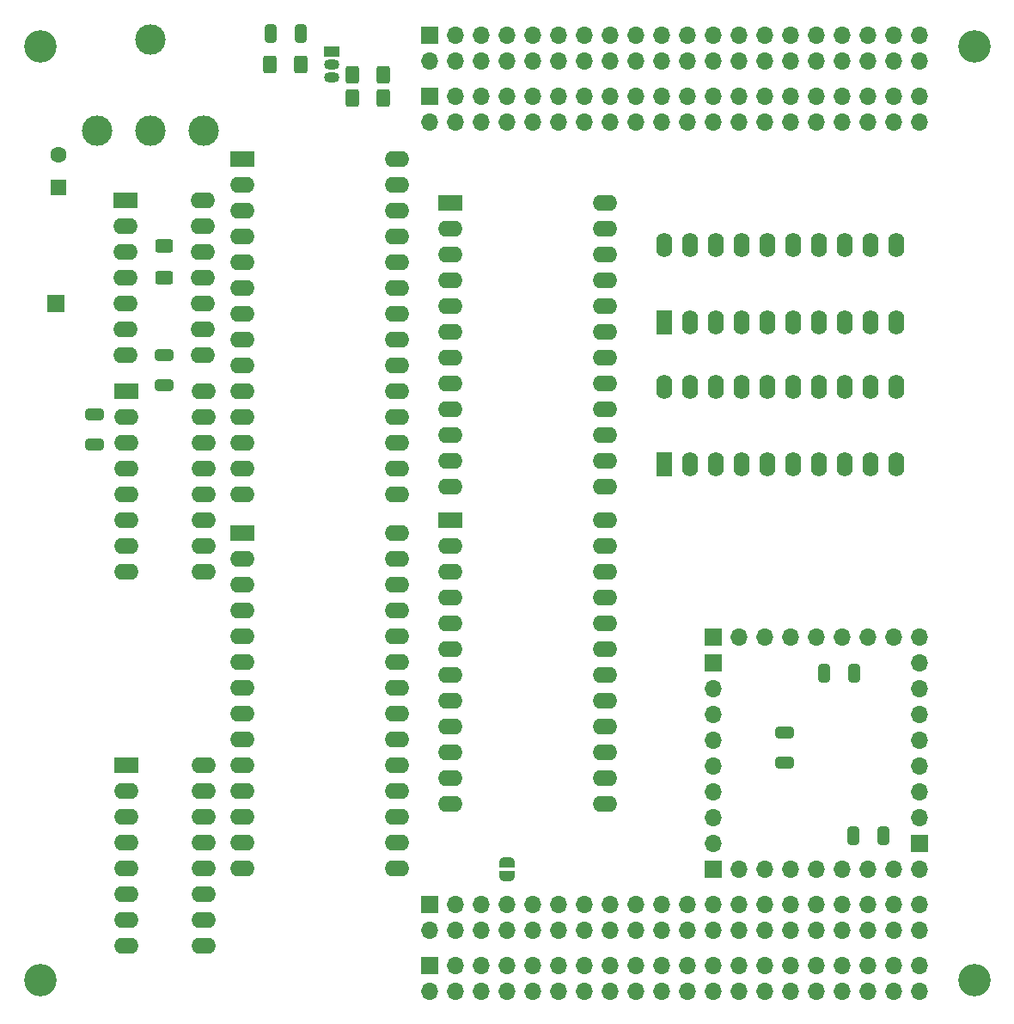
<source format=gbr>
%TF.GenerationSoftware,KiCad,Pcbnew,7.0.5-7.0.5~ubuntu20.04.1*%
%TF.CreationDate,2023-07-18T19:18:07+02:00*%
%TF.ProjectId,UC2_synertek_KTM2,5543325f-7379-46e6-9572-74656b5f4b54,rev?*%
%TF.SameCoordinates,Original*%
%TF.FileFunction,Soldermask,Bot*%
%TF.FilePolarity,Negative*%
%FSLAX46Y46*%
G04 Gerber Fmt 4.6, Leading zero omitted, Abs format (unit mm)*
G04 Created by KiCad (PCBNEW 7.0.5-7.0.5~ubuntu20.04.1) date 2023-07-18 19:18:07*
%MOMM*%
%LPD*%
G01*
G04 APERTURE LIST*
G04 Aperture macros list*
%AMRoundRect*
0 Rectangle with rounded corners*
0 $1 Rounding radius*
0 $2 $3 $4 $5 $6 $7 $8 $9 X,Y pos of 4 corners*
0 Add a 4 corners polygon primitive as box body*
4,1,4,$2,$3,$4,$5,$6,$7,$8,$9,$2,$3,0*
0 Add four circle primitives for the rounded corners*
1,1,$1+$1,$2,$3*
1,1,$1+$1,$4,$5*
1,1,$1+$1,$6,$7*
1,1,$1+$1,$8,$9*
0 Add four rect primitives between the rounded corners*
20,1,$1+$1,$2,$3,$4,$5,0*
20,1,$1+$1,$4,$5,$6,$7,0*
20,1,$1+$1,$6,$7,$8,$9,0*
20,1,$1+$1,$8,$9,$2,$3,0*%
%AMFreePoly0*
4,1,19,0.500000,-0.750000,0.000000,-0.750000,0.000000,-0.744911,-0.071157,-0.744911,-0.207708,-0.704816,-0.327430,-0.627875,-0.420627,-0.520320,-0.479746,-0.390866,-0.500000,-0.250000,-0.500000,0.250000,-0.479746,0.390866,-0.420627,0.520320,-0.327430,0.627875,-0.207708,0.704816,-0.071157,0.744911,0.000000,0.744911,0.000000,0.750000,0.500000,0.750000,0.500000,-0.750000,0.500000,-0.750000,
$1*%
%AMFreePoly1*
4,1,19,0.000000,0.744911,0.071157,0.744911,0.207708,0.704816,0.327430,0.627875,0.420627,0.520320,0.479746,0.390866,0.500000,0.250000,0.500000,-0.250000,0.479746,-0.390866,0.420627,-0.520320,0.327430,-0.627875,0.207708,-0.704816,0.071157,-0.744911,0.000000,-0.744911,0.000000,-0.750000,-0.500000,-0.750000,-0.500000,0.750000,0.000000,0.750000,0.000000,0.744911,0.000000,0.744911,
$1*%
G04 Aperture macros list end*
%ADD10R,1.700000X1.700000*%
%ADD11O,1.700000X1.700000*%
%ADD12R,1.500000X1.050000*%
%ADD13O,1.500000X1.050000*%
%ADD14R,1.600000X1.600000*%
%ADD15C,1.600000*%
%ADD16R,1.600000X2.400000*%
%ADD17O,1.600000X2.400000*%
%ADD18R,2.400000X1.600000*%
%ADD19O,2.400000X1.600000*%
%ADD20C,3.000000*%
%ADD21C,3.200000*%
%ADD22RoundRect,0.250000X-0.650000X0.325000X-0.650000X-0.325000X0.650000X-0.325000X0.650000X0.325000X0*%
%ADD23RoundRect,0.250000X-0.400000X-0.625000X0.400000X-0.625000X0.400000X0.625000X-0.400000X0.625000X0*%
%ADD24RoundRect,0.250000X-0.625000X0.400000X-0.625000X-0.400000X0.625000X-0.400000X0.625000X0.400000X0*%
%ADD25RoundRect,0.250000X-0.325000X-0.650000X0.325000X-0.650000X0.325000X0.650000X-0.325000X0.650000X0*%
%ADD26RoundRect,0.250000X0.650000X-0.325000X0.650000X0.325000X-0.650000X0.325000X-0.650000X-0.325000X0*%
%ADD27FreePoly0,90.000000*%
%ADD28FreePoly1,90.000000*%
G04 APERTURE END LIST*
D10*
%TO.C,J3*%
X139700000Y-54303005D03*
D11*
X139700000Y-56843005D03*
X142240000Y-54303005D03*
X142240000Y-56843005D03*
X144780000Y-54303005D03*
X144780000Y-56843005D03*
X147320000Y-54303005D03*
X147320000Y-56843005D03*
X149860000Y-54303005D03*
X149860000Y-56843005D03*
X152400000Y-54303005D03*
X152400000Y-56843005D03*
X154940000Y-54303005D03*
X154940000Y-56843005D03*
X157480000Y-54303005D03*
X157480000Y-56843005D03*
X160020000Y-54303005D03*
X160020000Y-56843005D03*
X162560000Y-54303005D03*
X162560000Y-56843005D03*
X165100000Y-54303005D03*
X165100000Y-56843005D03*
X167640000Y-54303005D03*
X167640000Y-56843005D03*
X170180000Y-54303005D03*
X170180000Y-56843005D03*
X172720000Y-54303005D03*
X172720000Y-56843005D03*
X175260000Y-54303005D03*
X175260000Y-56843005D03*
X177800000Y-54303005D03*
X177800000Y-56843005D03*
X180340000Y-54303005D03*
X180340000Y-56843005D03*
X182880000Y-54303005D03*
X182880000Y-56843005D03*
X185420000Y-54303005D03*
X185420000Y-56843005D03*
X187960000Y-54303005D03*
X187960000Y-56843005D03*
%TD*%
D10*
%TO.C,J8*%
X167640000Y-130389005D03*
D11*
X170180000Y-130389005D03*
X172720000Y-130389005D03*
X175260000Y-130389005D03*
X177800000Y-130389005D03*
X180340000Y-130389005D03*
X182880000Y-130389005D03*
X185420000Y-130389005D03*
X187960000Y-130389005D03*
%TD*%
D10*
%TO.C,J1*%
X139700000Y-48303005D03*
D11*
X139700000Y-50843005D03*
X142240000Y-48303005D03*
X142240000Y-50843005D03*
X144780000Y-48303005D03*
X144780000Y-50843005D03*
X147320000Y-48303005D03*
X147320000Y-50843005D03*
X149860000Y-48303005D03*
X149860000Y-50843005D03*
X152400000Y-48303005D03*
X152400000Y-50843005D03*
X154940000Y-48303005D03*
X154940000Y-50843005D03*
X157480000Y-48303005D03*
X157480000Y-50843005D03*
X160020000Y-48303005D03*
X160020000Y-50843005D03*
X162560000Y-48303005D03*
X162560000Y-50843005D03*
X165100000Y-48303005D03*
X165100000Y-50843005D03*
X167640000Y-48303005D03*
X167640000Y-50843005D03*
X170180000Y-48303005D03*
X170180000Y-50843005D03*
X172720000Y-48303005D03*
X172720000Y-50843005D03*
X175260000Y-48303005D03*
X175260000Y-50843005D03*
X177800000Y-48303005D03*
X177800000Y-50843005D03*
X180340000Y-48303005D03*
X180340000Y-50843005D03*
X182880000Y-48303005D03*
X182880000Y-50843005D03*
X185420000Y-48303005D03*
X185420000Y-50843005D03*
X187960000Y-48303005D03*
X187960000Y-50843005D03*
%TD*%
D12*
%TO.C,Q1*%
X130054400Y-49885600D03*
D13*
X130054400Y-51155600D03*
X130054400Y-52425600D03*
%TD*%
D14*
%TO.C,LS1*%
X103124000Y-63246000D03*
D15*
X103124000Y-60046000D03*
%TD*%
D10*
%TO.C,J5*%
X167640000Y-107529005D03*
D11*
X170180000Y-107529005D03*
X172720000Y-107529005D03*
X175260000Y-107529005D03*
X177800000Y-107529005D03*
X180340000Y-107529005D03*
X182880000Y-107529005D03*
X185420000Y-107529005D03*
X187960000Y-107529005D03*
%TD*%
D10*
%TO.C,J4*%
X139700000Y-133849005D03*
D11*
X139700000Y-136389005D03*
X142240000Y-133849005D03*
X142240000Y-136389005D03*
X144780000Y-133849005D03*
X144780000Y-136389005D03*
X147320000Y-133849005D03*
X147320000Y-136389005D03*
X149860000Y-133849005D03*
X149860000Y-136389005D03*
X152400000Y-133849005D03*
X152400000Y-136389005D03*
X154940000Y-133849005D03*
X154940000Y-136389005D03*
X157480000Y-133849005D03*
X157480000Y-136389005D03*
X160020000Y-133849005D03*
X160020000Y-136389005D03*
X162560000Y-133849005D03*
X162560000Y-136389005D03*
X165100000Y-133849005D03*
X165100000Y-136389005D03*
X167640000Y-133849005D03*
X167640000Y-136389005D03*
X170180000Y-133849005D03*
X170180000Y-136389005D03*
X172720000Y-133849005D03*
X172720000Y-136389005D03*
X175260000Y-133849005D03*
X175260000Y-136389005D03*
X177800000Y-133849005D03*
X177800000Y-136389005D03*
X180340000Y-133849005D03*
X180340000Y-136389005D03*
X182880000Y-133849005D03*
X182880000Y-136389005D03*
X185420000Y-133849005D03*
X185420000Y-136389005D03*
X187960000Y-133849005D03*
X187960000Y-136389005D03*
%TD*%
D16*
%TO.C,U9*%
X162820400Y-90525600D03*
D17*
X165360400Y-90525600D03*
X167900400Y-90525600D03*
X170440400Y-90525600D03*
X172980400Y-90525600D03*
X175520400Y-90525600D03*
X178060400Y-90525600D03*
X180600400Y-90525600D03*
X183140400Y-90525600D03*
X185680400Y-90525600D03*
X185680400Y-82905600D03*
X183140400Y-82905600D03*
X180600400Y-82905600D03*
X178060400Y-82905600D03*
X175520400Y-82905600D03*
X172980400Y-82905600D03*
X170440400Y-82905600D03*
X167900400Y-82905600D03*
X165360400Y-82905600D03*
X162820400Y-82905600D03*
%TD*%
D18*
%TO.C,U7*%
X109798000Y-83312000D03*
D19*
X109798000Y-85852000D03*
X109798000Y-88392000D03*
X109798000Y-90932000D03*
X109798000Y-93472000D03*
X109798000Y-96012000D03*
X109798000Y-98552000D03*
X109798000Y-101092000D03*
X117418000Y-101092000D03*
X117418000Y-98552000D03*
X117418000Y-96012000D03*
X117418000Y-93472000D03*
X117418000Y-90932000D03*
X117418000Y-88392000D03*
X117418000Y-85852000D03*
X117418000Y-83312000D03*
%TD*%
D18*
%TO.C,U8*%
X121228000Y-60452000D03*
D19*
X121228000Y-62992000D03*
X121228000Y-65532000D03*
X121228000Y-68072000D03*
X121228000Y-70612000D03*
X121228000Y-73152000D03*
X121228000Y-75692000D03*
X121228000Y-78232000D03*
X121228000Y-80772000D03*
X121228000Y-83312000D03*
X121228000Y-85852000D03*
X121228000Y-88392000D03*
X121228000Y-90932000D03*
X121228000Y-93472000D03*
X136468000Y-93472000D03*
X136468000Y-90932000D03*
X136468000Y-88392000D03*
X136468000Y-85852000D03*
X136468000Y-83312000D03*
X136468000Y-80772000D03*
X136468000Y-78232000D03*
X136468000Y-75692000D03*
X136468000Y-73152000D03*
X136468000Y-70612000D03*
X136468000Y-68072000D03*
X136468000Y-65532000D03*
X136468000Y-62992000D03*
X136468000Y-60452000D03*
%TD*%
D20*
%TO.C,J20*%
X112184000Y-57658000D03*
X117434000Y-57658000D03*
X112184000Y-48658000D03*
X106934000Y-57658000D03*
%TD*%
D10*
%TO.C,J2*%
X139700000Y-139849005D03*
D11*
X139700000Y-142389005D03*
X142240000Y-139849005D03*
X142240000Y-142389005D03*
X144780000Y-139849005D03*
X144780000Y-142389005D03*
X147320000Y-139849005D03*
X147320000Y-142389005D03*
X149860000Y-139849005D03*
X149860000Y-142389005D03*
X152400000Y-139849005D03*
X152400000Y-142389005D03*
X154940000Y-139849005D03*
X154940000Y-142389005D03*
X157480000Y-139849005D03*
X157480000Y-142389005D03*
X160020000Y-139849005D03*
X160020000Y-142389005D03*
X162560000Y-139849005D03*
X162560000Y-142389005D03*
X165100000Y-139849005D03*
X165100000Y-142389005D03*
X167640000Y-139849005D03*
X167640000Y-142389005D03*
X170180000Y-139849005D03*
X170180000Y-142389005D03*
X172720000Y-139849005D03*
X172720000Y-142389005D03*
X175260000Y-139849005D03*
X175260000Y-142389005D03*
X177800000Y-139849005D03*
X177800000Y-142389005D03*
X180340000Y-139849005D03*
X180340000Y-142389005D03*
X182880000Y-139849005D03*
X182880000Y-142389005D03*
X185420000Y-139849005D03*
X185420000Y-142389005D03*
X187960000Y-139849005D03*
X187960000Y-142389005D03*
%TD*%
D10*
%TO.C,J6*%
X187960000Y-127849005D03*
D11*
X187960000Y-125309005D03*
X187960000Y-122769005D03*
X187960000Y-120229005D03*
X187960000Y-117689005D03*
X187960000Y-115149005D03*
X187960000Y-112609005D03*
X187960000Y-110069005D03*
%TD*%
D18*
%TO.C,U11*%
X141732000Y-96012000D03*
D19*
X141732000Y-98552000D03*
X141732000Y-101092000D03*
X141732000Y-103632000D03*
X141732000Y-106172000D03*
X141732000Y-108712000D03*
X141732000Y-111252000D03*
X141732000Y-113792000D03*
X141732000Y-116332000D03*
X141732000Y-118872000D03*
X141732000Y-121412000D03*
X141732000Y-123952000D03*
X156972000Y-123952000D03*
X156972000Y-121412000D03*
X156972000Y-118872000D03*
X156972000Y-116332000D03*
X156972000Y-113792000D03*
X156972000Y-111252000D03*
X156972000Y-108712000D03*
X156972000Y-106172000D03*
X156972000Y-103632000D03*
X156972000Y-101092000D03*
X156972000Y-98552000D03*
X156972000Y-96012000D03*
%TD*%
D21*
%TO.C,H3*%
X193340000Y-49346005D03*
%TD*%
D18*
%TO.C,U10*%
X109830496Y-120170183D03*
D19*
X109830496Y-122710183D03*
X109830496Y-125250183D03*
X109830496Y-127790183D03*
X109830496Y-130330183D03*
X109830496Y-132870183D03*
X109830496Y-135410183D03*
X109830496Y-137950183D03*
X117450496Y-137950183D03*
X117450496Y-135410183D03*
X117450496Y-132870183D03*
X117450496Y-130330183D03*
X117450496Y-127790183D03*
X117450496Y-125250183D03*
X117450496Y-122710183D03*
X117450496Y-120170183D03*
%TD*%
D18*
%TO.C,U12*%
X121228000Y-97282000D03*
D19*
X121228000Y-99822000D03*
X121228000Y-102362000D03*
X121228000Y-104902000D03*
X121228000Y-107442000D03*
X121228000Y-109982000D03*
X121228000Y-112522000D03*
X121228000Y-115062000D03*
X121228000Y-117602000D03*
X121228000Y-120142000D03*
X121228000Y-122682000D03*
X121228000Y-125222000D03*
X121228000Y-127762000D03*
X121228000Y-130302000D03*
X136468000Y-130302000D03*
X136468000Y-127762000D03*
X136468000Y-125222000D03*
X136468000Y-122682000D03*
X136468000Y-120142000D03*
X136468000Y-117602000D03*
X136468000Y-115062000D03*
X136468000Y-112522000D03*
X136468000Y-109982000D03*
X136468000Y-107442000D03*
X136468000Y-104902000D03*
X136468000Y-102362000D03*
X136468000Y-99822000D03*
X136468000Y-97282000D03*
%TD*%
D16*
%TO.C,U3*%
X162820400Y-76555600D03*
D17*
X165360400Y-76555600D03*
X167900400Y-76555600D03*
X170440400Y-76555600D03*
X172980400Y-76555600D03*
X175520400Y-76555600D03*
X178060400Y-76555600D03*
X180600400Y-76555600D03*
X183140400Y-76555600D03*
X185680400Y-76555600D03*
X185680400Y-68935600D03*
X183140400Y-68935600D03*
X180600400Y-68935600D03*
X178060400Y-68935600D03*
X175520400Y-68935600D03*
X172980400Y-68935600D03*
X170440400Y-68935600D03*
X167900400Y-68935600D03*
X165360400Y-68935600D03*
X162820400Y-68935600D03*
%TD*%
D10*
%TO.C,J7*%
X167640000Y-110069005D03*
D11*
X167640000Y-112609005D03*
X167640000Y-115149005D03*
X167640000Y-117689005D03*
X167640000Y-120229005D03*
X167640000Y-122769005D03*
X167640000Y-125309005D03*
X167640000Y-127849005D03*
%TD*%
D18*
%TO.C,U2*%
X109728000Y-64516000D03*
D19*
X109728000Y-67056000D03*
X109728000Y-69596000D03*
X109728000Y-72136000D03*
X109728000Y-74676000D03*
X109728000Y-77216000D03*
X109728000Y-79756000D03*
X117348000Y-79756000D03*
X117348000Y-77216000D03*
X117348000Y-74676000D03*
X117348000Y-72136000D03*
X117348000Y-69596000D03*
X117348000Y-67056000D03*
X117348000Y-64516000D03*
%TD*%
D10*
%TO.C,J9*%
X102870000Y-74676000D03*
%TD*%
D18*
%TO.C,U6*%
X141732000Y-64770000D03*
D19*
X141732000Y-67310000D03*
X141732000Y-69850000D03*
X141732000Y-72390000D03*
X141732000Y-74930000D03*
X141732000Y-77470000D03*
X141732000Y-80010000D03*
X141732000Y-82550000D03*
X141732000Y-85090000D03*
X141732000Y-87630000D03*
X141732000Y-90170000D03*
X141732000Y-92710000D03*
X156972000Y-92710000D03*
X156972000Y-90170000D03*
X156972000Y-87630000D03*
X156972000Y-85090000D03*
X156972000Y-82550000D03*
X156972000Y-80010000D03*
X156972000Y-77470000D03*
X156972000Y-74930000D03*
X156972000Y-72390000D03*
X156972000Y-69850000D03*
X156972000Y-67310000D03*
X156972000Y-64770000D03*
%TD*%
D21*
%TO.C,H1*%
X101340000Y-49346005D03*
%TD*%
%TO.C,H2*%
X101340000Y-141346005D03*
%TD*%
%TO.C,H4*%
X193340000Y-141346005D03*
%TD*%
D22*
%TO.C,C11*%
X106680000Y-85598000D03*
X106680000Y-88548000D03*
%TD*%
D23*
%TO.C,R19*%
X132034400Y-52171600D03*
X135134400Y-52171600D03*
%TD*%
D24*
%TO.C,R3*%
X113553000Y-69041000D03*
X113553000Y-72141000D03*
%TD*%
D25*
%TO.C,C2*%
X124056400Y-48107600D03*
X127006400Y-48107600D03*
%TD*%
%TO.C,C7*%
X178533000Y-111135805D03*
X181483000Y-111135805D03*
%TD*%
D26*
%TO.C,C3*%
X113538000Y-82706000D03*
X113538000Y-79756000D03*
%TD*%
D25*
%TO.C,C8*%
X181405000Y-127137805D03*
X184355000Y-127137805D03*
%TD*%
D23*
%TO.C,R18*%
X132034400Y-54457600D03*
X135134400Y-54457600D03*
%TD*%
D27*
%TO.C,JP20*%
X147320000Y-131064000D03*
D28*
X147320000Y-129764000D03*
%TD*%
D22*
%TO.C,C9*%
X174625000Y-116977805D03*
X174625000Y-119927805D03*
%TD*%
D23*
%TO.C,R2*%
X123906400Y-51155600D03*
X127006400Y-51155600D03*
%TD*%
M02*

</source>
